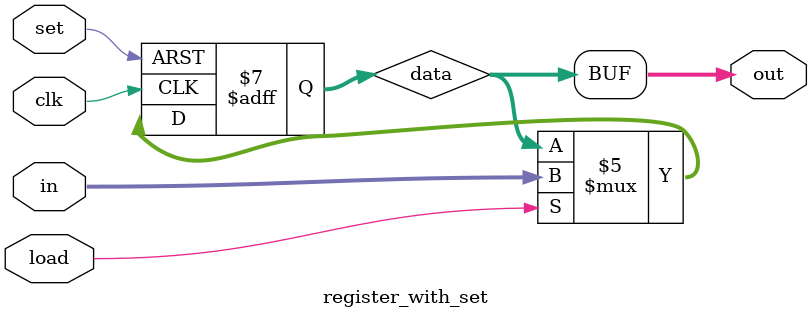
<source format=sv>
module register_with_set #(parameter width = 16)
(
    input clk,
    input load,
    input set,
    input [width-1:0] in,
    output logic [width-1:0] out
);

logic [width-1:0] data;

/* Altera device registers are 0 at power on. Specify this
 * so that Modelsim works as expected.
 */
initial
begin
    data = 1'b0;
end

always_ff @(posedge clk or posedge set)
begin
    if(set)
      begin
          data = 1;
      end
    else if (load)
      begin
          data = in;
      end
end

always_comb
begin
    out = data;
end

endmodule : register_with_set

</source>
